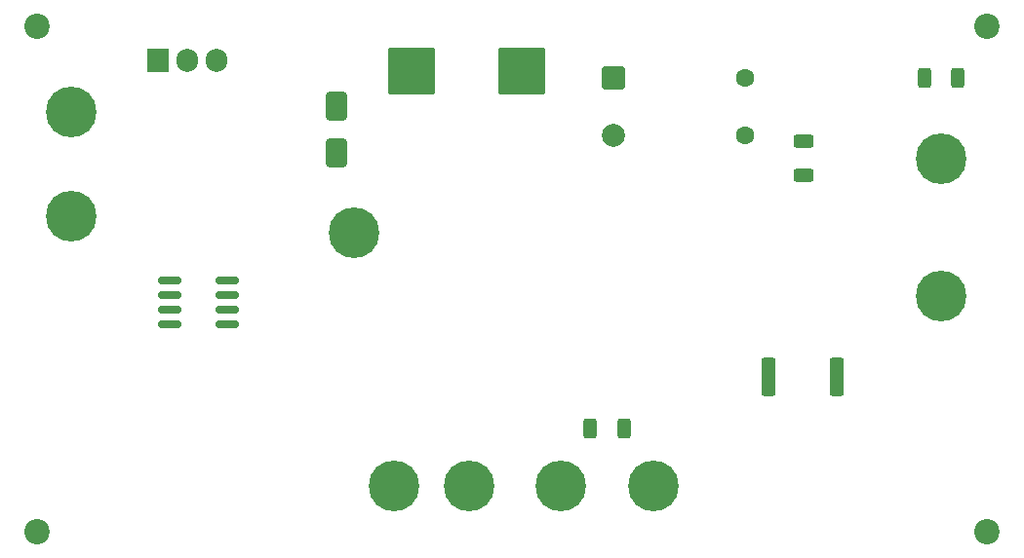
<source format=gts>
%TF.GenerationSoftware,KiCad,Pcbnew,9.0.2*%
%TF.CreationDate,2025-06-21T01:00:01+02:00*%
%TF.ProjectId,schaltung,73636861-6c74-4756-9e67-2e6b69636164,B*%
%TF.SameCoordinates,Original*%
%TF.FileFunction,Soldermask,Top*%
%TF.FilePolarity,Negative*%
%FSLAX46Y46*%
G04 Gerber Fmt 4.6, Leading zero omitted, Abs format (unit mm)*
G04 Created by KiCad (PCBNEW 9.0.2) date 2025-06-21 01:00:01*
%MOMM*%
%LPD*%
G01*
G04 APERTURE LIST*
G04 Aperture macros list*
%AMRoundRect*
0 Rectangle with rounded corners*
0 $1 Rounding radius*
0 $2 $3 $4 $5 $6 $7 $8 $9 X,Y pos of 4 corners*
0 Add a 4 corners polygon primitive as box body*
4,1,4,$2,$3,$4,$5,$6,$7,$8,$9,$2,$3,0*
0 Add four circle primitives for the rounded corners*
1,1,$1+$1,$2,$3*
1,1,$1+$1,$4,$5*
1,1,$1+$1,$6,$7*
1,1,$1+$1,$8,$9*
0 Add four rect primitives between the rounded corners*
20,1,$1+$1,$2,$3,$4,$5,0*
20,1,$1+$1,$4,$5,$6,$7,0*
20,1,$1+$1,$6,$7,$8,$9,0*
20,1,$1+$1,$8,$9,$2,$3,0*%
G04 Aperture macros list end*
%ADD10RoundRect,0.250000X-0.625000X0.312500X-0.625000X-0.312500X0.625000X-0.312500X0.625000X0.312500X0*%
%ADD11RoundRect,0.250000X-0.312500X-0.625000X0.312500X-0.625000X0.312500X0.625000X-0.312500X0.625000X0*%
%ADD12C,4.400000*%
%ADD13RoundRect,0.250000X-0.650000X1.000000X-0.650000X-1.000000X0.650000X-1.000000X0.650000X1.000000X0*%
%ADD14C,2.200000*%
%ADD15C,1.600000*%
%ADD16R,1.905000X2.000000*%
%ADD17O,1.905000X2.000000*%
%ADD18RoundRect,0.150000X-0.825000X-0.150000X0.825000X-0.150000X0.825000X0.150000X-0.825000X0.150000X0*%
%ADD19RoundRect,0.250002X-1.799998X-1.799998X1.799998X-1.799998X1.799998X1.799998X-1.799998X1.799998X0*%
%ADD20RoundRect,0.250000X-0.750000X0.750000X-0.750000X-0.750000X0.750000X-0.750000X0.750000X0.750000X0*%
%ADD21C,2.000000*%
%ADD22RoundRect,0.250000X0.362500X1.425000X-0.362500X1.425000X-0.362500X-1.425000X0.362500X-1.425000X0*%
G04 APERTURE END LIST*
D10*
%TO.C,R4_Bleed1*%
X143510000Y-62037500D03*
X143510000Y-64962500D03*
%TD*%
D11*
%TO.C,R2*%
X154037500Y-56500000D03*
X156962500Y-56500000D03*
%TD*%
%TO.C,R3*%
X125037500Y-87000000D03*
X127962500Y-87000000D03*
%TD*%
D12*
%TO.C,J2*%
X80000000Y-68500000D03*
%TD*%
D13*
%TO.C,D1*%
X103000000Y-59000000D03*
X103000000Y-63000000D03*
%TD*%
D12*
%TO.C,J1*%
X80000000Y-59500000D03*
%TD*%
%TO.C,J3*%
X155500000Y-63500000D03*
%TD*%
%TO.C,J5*%
X108000000Y-92000000D03*
%TD*%
%TO.C,J6*%
X114500000Y-92000000D03*
%TD*%
%TO.C,J7*%
X122500000Y-92000000D03*
%TD*%
D14*
%TO.C,REF1*%
X159500000Y-52000000D03*
%TD*%
D12*
%TO.C,J10*%
X104500000Y-70000000D03*
%TD*%
D14*
%TO.C,REF\u002A\u002A*%
X77000000Y-52000000D03*
%TD*%
D15*
%TO.C,C2*%
X138430000Y-56500000D03*
X138430000Y-61500000D03*
%TD*%
D16*
%TO.C,Q1*%
X87460000Y-54950000D03*
D17*
X90000000Y-54950000D03*
X92540000Y-54950000D03*
%TD*%
D14*
%TO.C,REF\u002A\u002A*%
X77000000Y-96000000D03*
%TD*%
D12*
%TO.C,J8*%
X130500000Y-92000000D03*
%TD*%
%TO.C,J4*%
X155500000Y-75500000D03*
%TD*%
D18*
%TO.C,U1*%
X88525000Y-74095000D03*
X88525000Y-75365000D03*
X88525000Y-76635000D03*
X88525000Y-77905000D03*
X93475000Y-77905000D03*
X93475000Y-76635000D03*
X93475000Y-75365000D03*
X93475000Y-74095000D03*
%TD*%
D19*
%TO.C,L1*%
X109550000Y-55880000D03*
X119050000Y-55880000D03*
%TD*%
D20*
%TO.C,C1*%
X127000000Y-56500000D03*
D21*
X127000000Y-61500000D03*
%TD*%
D14*
%TO.C,*%
X159500000Y-96000000D03*
%TD*%
D22*
%TO.C,R1*%
X146462500Y-82500000D03*
X140537500Y-82500000D03*
%TD*%
M02*

</source>
